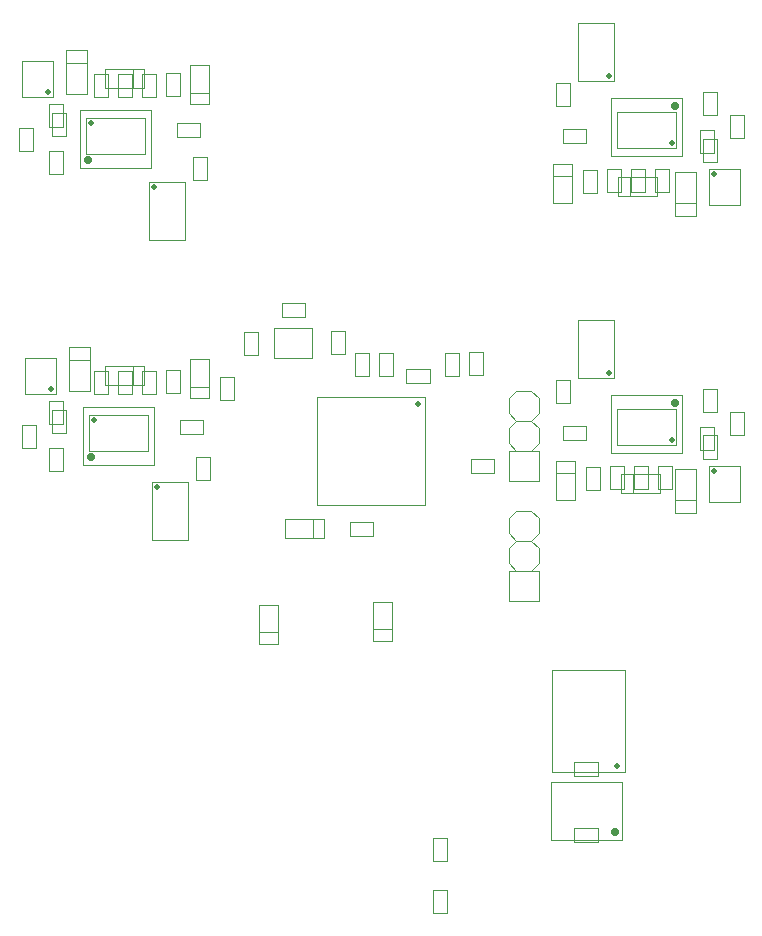
<source format=gm1>
G04*
G04 #@! TF.GenerationSoftware,Altium Limited,Altium Designer,22.0.2 (36)*
G04*
G04 Layer_Color=16711935*
%FSLAX25Y25*%
%MOIN*%
G70*
G04*
G04 #@! TF.SameCoordinates,FD2FF894-48AE-4880-B7A9-669BF39D4961*
G04*
G04*
G04 #@! TF.FilePolarity,Positive*
G04*
G01*
G75*
%ADD12C,0.01968*%
%ADD42C,0.02756*%
%ADD43C,0.00394*%
D12*
X224457Y53331D02*
D03*
X210268Y63669D02*
D03*
X189232Y86126D02*
D03*
X3543Y80669D02*
D03*
X17732Y70331D02*
D03*
X38768Y47874D02*
D03*
X224457Y152331D02*
D03*
X210268Y162669D02*
D03*
X189232Y185126D02*
D03*
X2543Y179669D02*
D03*
X16732Y169331D02*
D03*
X37768Y147874D02*
D03*
X125772Y75777D02*
D03*
X192032Y-45000D02*
D03*
D42*
X211429Y76087D02*
D03*
X16571Y57913D02*
D03*
X211429Y175087D02*
D03*
X15571Y156913D02*
D03*
X191429Y-67087D02*
D03*
D43*
X112638Y92737D02*
X117362D01*
X112638Y84866D02*
X117362D01*
Y92737D01*
X112638Y84866D02*
Y92737D01*
X193500Y45850D02*
X206500D01*
X193500Y52150D02*
X206500D01*
Y45850D02*
Y52150D01*
X193500Y45850D02*
Y52150D01*
X197244Y45850D02*
Y52150D01*
X171850Y43500D02*
Y56500D01*
X178150Y43500D02*
Y56500D01*
X171850Y43500D02*
X178150D01*
X171850Y56500D02*
X178150D01*
X171850Y52756D02*
X178150D01*
X142638Y85263D02*
X147362D01*
X142638Y93134D02*
X147362D01*
X142638Y85263D02*
Y93134D01*
X147362Y85263D02*
Y93134D01*
X59638Y84674D02*
X64362D01*
X59638Y76803D02*
X64362D01*
Y84674D01*
X59638Y76803D02*
Y84674D01*
X72850Y-4201D02*
Y8799D01*
X79150Y-4201D02*
Y8799D01*
X72850D02*
X79150D01*
X72850Y-4201D02*
X79150D01*
X72850Y-457D02*
X79150D01*
X181638Y46866D02*
Y54737D01*
X186362Y46866D02*
Y54737D01*
X181638Y46866D02*
X186362D01*
X181638Y54737D02*
X186362D01*
X222803Y54984D02*
X233197D01*
Y43016D02*
Y54984D01*
X222803Y43016D02*
X233197D01*
X222803D02*
Y54984D01*
X218543Y39417D02*
Y54083D01*
X211457Y39417D02*
X218543D01*
X211457D02*
Y54083D01*
X218543D01*
X211457Y43551D02*
X218543D01*
X224362Y60200D02*
Y68071D01*
X219638Y60200D02*
Y68071D01*
X224362D01*
X219638Y60200D02*
X224362D01*
X192157Y62095D02*
X211842D01*
X192157D02*
Y73906D01*
X211842D01*
Y62095D02*
Y73906D01*
X189638Y47263D02*
Y55134D01*
X194362Y47263D02*
Y55134D01*
X189638D02*
X194362D01*
X189638Y47263D02*
X194362D01*
X197638D02*
X202362D01*
X197638Y55134D02*
X202362D01*
Y47263D02*
Y55134D01*
X197638Y47263D02*
Y55134D01*
X205638Y47263D02*
X210362D01*
X205638Y55134D02*
X210362D01*
Y47263D02*
Y55134D01*
X205638Y47263D02*
Y55134D01*
X176362Y75866D02*
Y83737D01*
X171638Y75866D02*
Y83737D01*
Y75866D02*
X176362D01*
X171638Y83737D02*
X176362D01*
X181800Y63638D02*
Y68362D01*
X173929Y63638D02*
Y68362D01*
X181800D01*
X173929Y63638D02*
X181800D01*
X179095Y103646D02*
X190906D01*
X179095Y84355D02*
Y103646D01*
Y84355D02*
X190906D01*
Y103646D01*
X213810Y59354D02*
Y78646D01*
X190188Y59354D02*
X213810D01*
X190188D02*
Y78646D01*
X213810D01*
X225362Y72866D02*
Y80737D01*
X220638Y72866D02*
Y80737D01*
Y72866D02*
X225362D01*
X220638Y80737D02*
X225362D01*
X220638Y57326D02*
Y65197D01*
X225362Y57326D02*
Y65197D01*
X220638D02*
X225362D01*
X220638Y57326D02*
X225362D01*
X229638Y65263D02*
Y73134D01*
X234362Y65263D02*
Y73134D01*
X229638D02*
X234362D01*
X229638Y65263D02*
X234362D01*
X3638Y65866D02*
Y73737D01*
X8362Y65866D02*
Y73737D01*
X3638Y65866D02*
X8362D01*
X3638Y73737D02*
X8362D01*
X56150Y77500D02*
Y90500D01*
X49850Y77500D02*
Y90500D01*
X56150D01*
X49850Y77500D02*
X56150D01*
X49850Y81244D02*
X56150D01*
X46362Y79263D02*
Y87134D01*
X41638Y79263D02*
Y87134D01*
X46362D01*
X41638Y79263D02*
X46362D01*
X9457Y79917D02*
Y94583D01*
X16543D01*
Y79917D02*
Y94583D01*
X9457Y79917D02*
X16543D01*
X9457Y90449D02*
X16543D01*
X-5197Y79016D02*
X5197D01*
X-5197D02*
Y90984D01*
X5197D01*
Y79016D02*
Y90984D01*
X16158Y71905D02*
X35843D01*
Y60094D02*
Y71905D01*
X16158Y60094D02*
X35843D01*
X16158D02*
Y71905D01*
X38362Y78866D02*
Y86737D01*
X33638Y78866D02*
Y86737D01*
Y78866D02*
X38362D01*
X33638Y86737D02*
X38362D01*
X25638D02*
X30362D01*
X25638Y78866D02*
X30362D01*
X25638D02*
Y86737D01*
X30362Y78866D02*
Y86737D01*
X17638D02*
X22362D01*
X17638Y78866D02*
X22362D01*
X17638D02*
Y86737D01*
X22362Y78866D02*
Y86737D01*
X51638Y50263D02*
Y58134D01*
X56362Y50263D02*
Y58134D01*
X51638D02*
X56362D01*
X51638Y50263D02*
X56362D01*
X46263Y65638D02*
Y70362D01*
X54134Y65638D02*
Y70362D01*
X46263Y65638D02*
X54134D01*
X46263Y70362D02*
X54134D01*
X37094Y30354D02*
X48906D01*
Y49645D01*
X37094D02*
X48906D01*
X37094Y30354D02*
Y49645D01*
X14190Y55354D02*
Y74646D01*
X37812D01*
Y55354D02*
Y74646D01*
X14190Y55354D02*
X37812D01*
X2638Y53263D02*
Y61134D01*
X7362Y53263D02*
Y61134D01*
X2638D02*
X7362D01*
X2638Y53263D02*
X7362D01*
Y68866D02*
Y76737D01*
X2638Y68866D02*
Y76737D01*
Y68866D02*
X7362D01*
X2638Y76737D02*
X7362D01*
X-1638Y60866D02*
Y68737D01*
X-6362Y60866D02*
Y68737D01*
Y60866D02*
X-1638D01*
X-6362Y68737D02*
X-1638D01*
X170850Y142500D02*
Y155500D01*
X177150Y142500D02*
Y155500D01*
X170850Y142500D02*
X177150D01*
X170850Y155500D02*
X177150D01*
X170850Y151756D02*
X177150D01*
X180638Y145866D02*
Y153737D01*
X185362Y145866D02*
Y153737D01*
X180638Y145866D02*
X185362D01*
X180638Y153737D02*
X185362D01*
X224362Y159263D02*
Y167134D01*
X219638Y159263D02*
Y167134D01*
X224362D01*
X219638Y159263D02*
X224362D01*
X222803Y153984D02*
X233197D01*
Y142016D02*
Y153984D01*
X222803Y142016D02*
X233197D01*
X222803D02*
Y153984D01*
X218543Y138417D02*
Y153083D01*
X211457Y138417D02*
X218543D01*
X211457D02*
Y153083D01*
X218543D01*
X211457Y142551D02*
X218543D01*
X192157Y161095D02*
X211842D01*
X192157D02*
Y172906D01*
X211842D01*
Y161095D02*
Y172906D01*
X229638Y164263D02*
Y172134D01*
X234362Y164263D02*
Y172134D01*
X229638D02*
X234362D01*
X229638Y164263D02*
X234362D01*
X176362Y174866D02*
Y182737D01*
X171638Y174866D02*
Y182737D01*
Y174866D02*
X176362D01*
X171638Y182737D02*
X176362D01*
X179095Y202646D02*
X190906D01*
X179095Y183355D02*
Y202646D01*
Y183355D02*
X190906D01*
Y202646D01*
X181800Y162638D02*
Y167362D01*
X173929Y162638D02*
Y167362D01*
X181800D01*
X173929Y162638D02*
X181800D01*
X220638Y156263D02*
Y164134D01*
X225362Y156263D02*
Y164134D01*
X220638D02*
X225362D01*
X220638Y156263D02*
X225362D01*
X188638Y146263D02*
Y154134D01*
X193362Y146263D02*
Y154134D01*
X188638D02*
X193362D01*
X188638Y146263D02*
X193362D01*
X204638D02*
X209362D01*
X204638Y154134D02*
X209362D01*
Y146263D02*
Y154134D01*
X204638Y146263D02*
Y154134D01*
X196638Y146263D02*
X201362D01*
X196638Y154134D02*
X201362D01*
Y146263D02*
Y154134D01*
X196638Y146263D02*
Y154134D01*
X225362Y171866D02*
Y179737D01*
X220638Y171866D02*
Y179737D01*
Y171866D02*
X225362D01*
X220638Y179737D02*
X225362D01*
X213810Y158354D02*
Y177646D01*
X190188Y158354D02*
X213810D01*
X190188D02*
Y177646D01*
X213810D01*
X45263Y169362D02*
X53134D01*
X45263Y164638D02*
X53134D01*
Y169362D01*
X45263Y164638D02*
Y169362D01*
X50638Y150263D02*
X55362D01*
X50638Y158134D02*
X55362D01*
Y150263D02*
Y158134D01*
X50638Y150263D02*
Y158134D01*
X56150Y175500D02*
Y188500D01*
X49850Y175500D02*
Y188500D01*
X56150D01*
X49850Y175500D02*
X56150D01*
X49850Y179244D02*
X56150D01*
X46362Y178263D02*
Y186134D01*
X41638Y178263D02*
Y186134D01*
X46362D01*
X41638Y178263D02*
X46362D01*
X-6197Y178016D02*
X4197D01*
X-6197D02*
Y189984D01*
X4197D01*
Y178016D02*
Y189984D01*
X8457Y178917D02*
Y193583D01*
X15543D01*
Y178917D02*
Y193583D01*
X8457Y178917D02*
X15543D01*
X8457Y189449D02*
X15543D01*
X-7362Y167737D02*
X-2638D01*
X-7362Y159866D02*
X-2638D01*
X-7362D02*
Y167737D01*
X-2638Y159866D02*
Y167737D01*
X3638Y164866D02*
Y172737D01*
X8362Y164866D02*
Y172737D01*
X3638Y164866D02*
X8362D01*
X3638Y172737D02*
X8362D01*
X15158Y170905D02*
X34843D01*
Y159094D02*
Y170905D01*
X15158Y159094D02*
X34843D01*
X15158D02*
Y170905D01*
X2638Y152263D02*
Y160134D01*
X7362Y152263D02*
Y160134D01*
X2638D02*
X7362D01*
X2638Y152263D02*
X7362D01*
Y167866D02*
Y175737D01*
X2638Y167866D02*
Y175737D01*
Y167866D02*
X7362D01*
X2638Y175737D02*
X7362D01*
X17638Y185674D02*
X22362D01*
X17638Y177803D02*
X22362D01*
X17638D02*
Y185674D01*
X22362Y177803D02*
Y185674D01*
X13190Y154354D02*
Y173646D01*
X36812D01*
Y154354D02*
Y173646D01*
X13190Y154354D02*
X36812D01*
X38362Y177866D02*
Y185737D01*
X33638Y177866D02*
Y185737D01*
Y177866D02*
X38362D01*
X33638Y185737D02*
X38362D01*
X25638Y185800D02*
X30362D01*
X25638Y177929D02*
X30362D01*
X25638D02*
Y185800D01*
X30362Y177929D02*
Y185800D01*
X36094Y130354D02*
X47905D01*
Y149645D01*
X36094D02*
X47905D01*
X36094Y130354D02*
Y149645D01*
X80263Y104638D02*
Y109362D01*
X88134Y104638D02*
Y109362D01*
X80263D02*
X88134D01*
X80263Y104638D02*
X88134D01*
X101362Y92263D02*
Y100134D01*
X96638Y92263D02*
Y100134D01*
X101362D01*
X96638Y92263D02*
X101362D01*
X90299Y91079D02*
Y100921D01*
X77701D02*
X90299D01*
X77701Y91079D02*
Y100921D01*
Y91079D02*
X90299D01*
X67638Y91929D02*
Y99800D01*
X72362Y91929D02*
Y99800D01*
X67638Y91929D02*
X72362D01*
X67638Y99800D02*
X72362D01*
X134638Y84803D02*
Y92674D01*
X139362Y84803D02*
Y92674D01*
X134638Y84803D02*
X139362D01*
X134638Y92674D02*
X139362D01*
X129737Y82638D02*
Y87362D01*
X121866Y82638D02*
Y87362D01*
Y82638D02*
X129737D01*
X121866Y87362D02*
X129737D01*
X156000Y32500D02*
X158500Y30000D01*
X156000Y32500D02*
Y37500D01*
X158500Y40000D01*
X163500D01*
X166000Y37500D01*
Y32500D02*
Y37500D01*
X163500Y30000D02*
X166000Y32500D01*
Y10000D02*
Y20000D01*
X163500D02*
X166000Y22500D01*
Y27500D01*
X163500Y30000D02*
X166000Y27500D01*
X158500Y30000D02*
X163500D01*
X156000Y27500D02*
X158500Y30000D01*
X156000Y22500D02*
Y27500D01*
Y22500D02*
X158500Y20000D01*
X156000Y10000D02*
X166000D01*
X156000Y20000D02*
X166000D01*
X156000Y10000D02*
Y20000D01*
X81500Y37150D02*
X94500D01*
X81500Y30850D02*
X94500D01*
X81500D02*
Y37150D01*
X94500Y30850D02*
Y37150D01*
X90756Y30850D02*
Y37150D01*
X117150Y-3201D02*
Y9799D01*
X110850Y-3201D02*
Y9799D01*
X117150D01*
X110850Y-3201D02*
X117150D01*
X110850Y543D02*
X117150D01*
X128023Y42031D02*
Y78028D01*
X92025Y42031D02*
X128023D01*
X92025D02*
Y78028D01*
X128023D01*
X104638Y84866D02*
Y92737D01*
X109362Y84866D02*
Y92737D01*
X104638Y84866D02*
X109362D01*
X104638Y92737D02*
X109362D01*
X102929Y36362D02*
X110800D01*
X102929Y31638D02*
X110800D01*
X102929D02*
Y36362D01*
X110800Y31638D02*
Y36362D01*
X177866Y-48362D02*
X185737D01*
X177866Y-43638D02*
X185737D01*
X177866Y-48362D02*
Y-43638D01*
X185737Y-48362D02*
Y-43638D01*
X193810Y-69646D02*
Y-50354D01*
X170188D02*
X193810D01*
X170188Y-69646D02*
Y-50354D01*
Y-69646D02*
X193810D01*
X170502Y-47166D02*
X194662D01*
X170502D02*
Y-12913D01*
X194662D01*
Y-47166D02*
Y-12913D01*
X177803Y-70362D02*
X185674D01*
X177803Y-65638D02*
X185674D01*
X177803Y-70362D02*
Y-65638D01*
X185674Y-70362D02*
Y-65638D01*
X130638Y-76800D02*
X135362D01*
X130638Y-68929D02*
X135362D01*
X130638Y-76800D02*
Y-68929D01*
X135362Y-76800D02*
Y-68929D01*
X130638Y-86200D02*
X135362D01*
X130638Y-94071D02*
X135362D01*
Y-86200D01*
X130638Y-94071D02*
Y-86200D01*
X156000Y50000D02*
Y60000D01*
X166000D01*
X156000Y50000D02*
X166000D01*
X156000Y62500D02*
X158500Y60000D01*
X156000Y62500D02*
Y67500D01*
X158500Y70000D01*
X163500D01*
X166000Y67500D01*
Y62500D02*
Y67500D01*
X163500Y60000D02*
X166000Y62500D01*
Y50000D02*
Y60000D01*
X163500Y70000D02*
X166000Y72500D01*
Y77500D01*
X163500Y80000D02*
X166000Y77500D01*
X158500Y80000D02*
X163500D01*
X156000Y77500D02*
X158500Y80000D01*
X156000Y72500D02*
Y77500D01*
Y72500D02*
X158500Y70000D01*
X143326Y52638D02*
Y57362D01*
X151197Y52638D02*
Y57362D01*
X143326D02*
X151197D01*
X143326Y52638D02*
X151197D01*
X30756Y180850D02*
Y187150D01*
X34500Y180850D02*
Y187150D01*
X21500Y180850D02*
Y187150D01*
Y180850D02*
X34500D01*
X21500Y187150D02*
X34500D01*
X196244Y144850D02*
Y151150D01*
X192500Y144850D02*
Y151150D01*
X205500Y144850D02*
Y151150D01*
X192500D02*
X205500D01*
X192500Y144850D02*
X205500D01*
X30756Y81850D02*
Y88150D01*
X34500Y81850D02*
Y88150D01*
X21500Y81850D02*
Y88150D01*
Y81850D02*
X34500D01*
X21500Y88150D02*
X34500D01*
M02*

</source>
